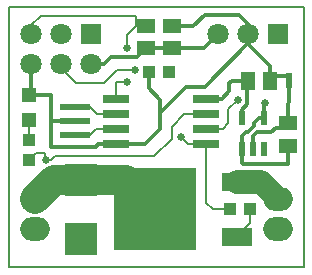
<source format=gtl>
G04 (created by PCBNEW (2013-05-16 BZR 4153)-testing) date Fri 17 May 2013 11:34:26 PM CEST*
%MOIN*%
G04 Gerber Fmt 3.4, Leading zero omitted, Abs format*
%FSLAX34Y34*%
G01*
G70*
G90*
G04 APERTURE LIST*
%ADD10C,0.005906*%
%ADD11C,0.007874*%
%ADD12C,0.009843*%
%ADD13O,0.098425X0.078740*%
%ADD14R,0.070866X0.070866*%
%ADD15C,0.070866*%
%ADD16R,0.098425X0.059055*%
%ADD17R,0.275591X0.275591*%
%ADD18R,0.059000X0.051100*%
%ADD19R,0.051100X0.059000*%
%ADD20R,0.039300X0.043300*%
%ADD21R,0.043300X0.039300*%
%ADD22R,0.019685X0.019685*%
%ADD23R,0.047200X0.047200*%
%ADD24R,0.021600X0.047200*%
%ADD25R,0.086614X0.027559*%
%ADD26R,0.098425X0.023622*%
%ADD27R,0.108300X0.108300*%
%ADD28C,0.025000*%
%ADD29C,0.008000*%
%ADD30C,0.012000*%
%ADD31C,0.098425*%
%ADD32C,0.078740*%
G04 APERTURE END LIST*
G54D10*
G54D11*
X29921Y-14173D02*
X29921Y-22834D01*
X39763Y-22834D02*
X39763Y-14173D01*
X39763Y-14173D02*
X29921Y-14173D01*
X39763Y-22834D02*
X29921Y-22834D01*
G54D12*
X39201Y-16464D02*
X39201Y-16764D01*
X39301Y-16464D02*
X39301Y-16764D01*
X39251Y-16464D02*
X39251Y-16764D01*
G54D13*
X38890Y-21562D03*
X38890Y-20562D03*
G54D14*
X32670Y-15073D03*
G54D15*
X32670Y-16073D03*
X31670Y-15073D03*
X31670Y-16073D03*
X30670Y-15073D03*
X30670Y-16073D03*
G54D16*
X37519Y-21811D03*
X37519Y-20000D03*
G54D17*
X34803Y-20905D03*
G54D14*
X38901Y-15070D03*
G54D15*
X37901Y-15070D03*
X36901Y-15070D03*
G54D13*
X30787Y-21562D03*
X30787Y-20562D03*
G54D18*
X34488Y-15531D03*
X34488Y-14783D03*
G54D19*
X37893Y-16614D03*
X38641Y-16614D03*
G54D18*
X39220Y-18784D03*
X39220Y-18036D03*
X35354Y-15531D03*
X35354Y-14783D03*
G54D20*
X37303Y-20905D03*
X37971Y-20905D03*
X34587Y-16338D03*
X35255Y-16338D03*
G54D21*
X30590Y-18603D03*
X30590Y-19271D03*
G54D22*
X39251Y-16464D03*
X39251Y-16764D03*
G54D23*
X30590Y-17932D03*
X30590Y-17106D03*
G54D24*
X37696Y-18881D03*
X38070Y-18881D03*
X38444Y-18881D03*
X38444Y-17859D03*
X37696Y-17859D03*
G54D25*
X33510Y-17220D03*
X33510Y-17720D03*
X33510Y-18220D03*
X33510Y-18720D03*
X36510Y-18720D03*
X36510Y-18220D03*
X36510Y-17720D03*
X36510Y-17220D03*
G54D26*
X32125Y-17480D03*
X32125Y-17952D03*
X32125Y-18424D03*
G54D27*
X32322Y-19921D03*
X32322Y-21889D03*
G54D28*
X37559Y-17244D03*
X35669Y-18503D03*
X35255Y-16338D03*
X34133Y-16259D03*
X33858Y-15511D03*
X33858Y-16653D03*
X31170Y-19260D03*
X32650Y-22250D03*
X32320Y-22250D03*
X31950Y-22260D03*
X38464Y-17362D03*
X39220Y-18020D03*
X37887Y-16634D03*
G54D29*
X36510Y-18220D02*
X37055Y-18220D01*
X37244Y-17559D02*
X37559Y-17244D01*
X37244Y-18031D02*
X37244Y-17559D01*
X37055Y-18220D02*
X37244Y-18031D01*
X31670Y-16073D02*
X31670Y-16197D01*
X35669Y-18503D02*
X35885Y-18720D01*
X35885Y-18720D02*
X36510Y-18720D01*
X33543Y-16259D02*
X34133Y-16259D01*
X33110Y-16692D02*
X33543Y-16259D01*
X32165Y-16692D02*
X33110Y-16692D01*
X31670Y-16197D02*
X32165Y-16692D01*
X31670Y-16073D02*
X31670Y-16355D01*
X36510Y-18720D02*
X36510Y-20690D01*
X36510Y-20690D02*
X36725Y-20905D01*
X36725Y-20905D02*
X37303Y-20905D01*
X33510Y-16653D02*
X33858Y-16653D01*
X33858Y-15078D02*
X34153Y-14783D01*
X33858Y-15511D02*
X33858Y-15078D01*
X34173Y-14448D02*
X34173Y-14783D01*
X34173Y-14783D02*
X34153Y-14783D01*
X30670Y-15073D02*
X30670Y-14763D01*
X30984Y-14448D02*
X34173Y-14448D01*
X30670Y-14763D02*
X30984Y-14448D01*
X33510Y-17220D02*
X33510Y-16653D01*
X34153Y-14783D02*
X34685Y-14783D01*
X34685Y-14606D02*
X34685Y-14980D01*
X31170Y-19260D02*
X31350Y-19260D01*
X35354Y-18543D02*
X35354Y-18149D01*
X35354Y-18149D02*
X35783Y-17720D01*
X35783Y-17720D02*
X36510Y-17720D01*
X34757Y-19140D02*
X35354Y-18543D01*
X31470Y-19140D02*
X34757Y-19140D01*
X31350Y-19260D02*
X31470Y-19140D01*
X31150Y-19030D02*
X31150Y-19240D01*
X31150Y-19240D02*
X31170Y-19260D01*
X30831Y-19030D02*
X31150Y-19030D01*
X30831Y-19030D02*
X30590Y-19271D01*
G54D30*
X32650Y-22250D02*
X32322Y-21889D01*
X31960Y-22250D02*
X32320Y-22250D01*
X31950Y-22260D02*
X31960Y-22250D01*
X38444Y-17382D02*
X38464Y-17362D01*
X38444Y-17382D02*
X38444Y-17859D01*
X37696Y-18881D02*
X37696Y-19356D01*
X39220Y-19380D02*
X39220Y-18784D01*
X39200Y-19400D02*
X39220Y-19380D01*
X37740Y-19400D02*
X39200Y-19400D01*
X37696Y-19356D02*
X37740Y-19400D01*
X37696Y-18881D02*
X37696Y-18454D01*
X38251Y-17859D02*
X38444Y-17859D01*
X38100Y-18010D02*
X38251Y-17859D01*
X38100Y-18112D02*
X38100Y-18010D01*
X37902Y-18310D02*
X38100Y-18112D01*
X37840Y-18310D02*
X37902Y-18310D01*
X37696Y-18454D02*
X37840Y-18310D01*
G54D29*
X32125Y-17480D02*
X32638Y-17480D01*
X32877Y-17720D02*
X33510Y-17720D01*
X32638Y-17480D02*
X32877Y-17720D01*
X32125Y-18424D02*
X32638Y-18424D01*
X32842Y-18220D02*
X33510Y-18220D01*
X32638Y-18424D02*
X32842Y-18220D01*
G54D31*
X32322Y-19921D02*
X33819Y-19921D01*
X33819Y-19921D02*
X34803Y-20905D01*
X30787Y-20562D02*
X31428Y-19921D01*
X31428Y-19921D02*
X32322Y-19921D01*
G54D30*
X34960Y-17677D02*
X34960Y-17244D01*
X34587Y-16870D02*
X34587Y-16338D01*
X34960Y-17244D02*
X34587Y-16870D01*
X36082Y-14783D02*
X35354Y-14783D01*
X35354Y-14783D02*
X35354Y-14783D01*
X36456Y-14409D02*
X37598Y-14409D01*
X37598Y-14409D02*
X37901Y-14712D01*
X37901Y-14712D02*
X37901Y-15070D01*
X36082Y-14783D02*
X36456Y-14409D01*
X32125Y-17952D02*
X31338Y-17952D01*
X31338Y-18818D02*
X31338Y-17952D01*
X31338Y-17952D02*
X31338Y-17125D01*
X31338Y-18818D02*
X32834Y-18818D01*
X32834Y-18818D02*
X32913Y-18740D01*
X32913Y-18740D02*
X33489Y-18740D01*
X33510Y-18720D02*
X33489Y-18740D01*
X31319Y-17106D02*
X30590Y-17106D01*
X31338Y-17125D02*
X31319Y-17106D01*
X37901Y-15070D02*
X37901Y-15381D01*
X37901Y-15381D02*
X38641Y-16122D01*
X38641Y-16122D02*
X38641Y-16614D01*
X39251Y-16464D02*
X38791Y-16464D01*
X38791Y-16464D02*
X38641Y-16614D01*
X37901Y-15070D02*
X37901Y-15366D01*
X34468Y-18720D02*
X33510Y-18720D01*
X34960Y-18228D02*
X34468Y-18720D01*
X34960Y-17677D02*
X34960Y-18228D01*
X35826Y-16811D02*
X34960Y-17677D01*
X36456Y-16811D02*
X35826Y-16811D01*
X37901Y-15366D02*
X36456Y-16811D01*
X30670Y-16073D02*
X30670Y-17027D01*
X30670Y-17027D02*
X30590Y-17106D01*
X30720Y-16976D02*
X30590Y-17106D01*
G54D32*
X37519Y-20000D02*
X38327Y-20000D01*
X38327Y-20000D02*
X38890Y-20562D01*
G54D30*
X39251Y-16764D02*
X39250Y-18006D01*
X39250Y-18006D02*
X39220Y-18036D01*
X39220Y-18020D02*
X39220Y-18036D01*
X38070Y-18881D02*
X38070Y-18460D01*
X39076Y-18180D02*
X39220Y-18036D01*
X38820Y-18180D02*
X39076Y-18180D01*
X38660Y-18340D02*
X38820Y-18180D01*
X38190Y-18340D02*
X38660Y-18340D01*
X38070Y-18460D02*
X38190Y-18340D01*
G54D29*
X30590Y-17932D02*
X30590Y-18603D01*
X37971Y-20905D02*
X37971Y-21358D01*
X37971Y-21358D02*
X37519Y-21811D01*
G54D30*
X33346Y-15826D02*
X34192Y-15826D01*
X33099Y-16073D02*
X33346Y-15826D01*
X32670Y-16073D02*
X33099Y-16073D01*
X34192Y-15826D02*
X34488Y-15531D01*
X35354Y-15531D02*
X34488Y-15531D01*
X35354Y-15531D02*
X36440Y-15531D01*
X36440Y-15531D02*
X36901Y-15070D01*
X37887Y-16634D02*
X37893Y-16628D01*
X37893Y-16628D02*
X37893Y-16614D01*
X36510Y-17220D02*
X37031Y-17220D01*
X37031Y-17220D02*
X37283Y-16968D01*
X37283Y-16968D02*
X37283Y-16692D01*
X37283Y-16692D02*
X37362Y-16614D01*
X37362Y-16614D02*
X37893Y-16614D01*
X37876Y-17399D02*
X37876Y-16631D01*
X37876Y-17399D02*
X37696Y-17579D01*
X37696Y-17859D02*
X37696Y-17579D01*
X37876Y-16631D02*
X37893Y-16614D01*
X36510Y-17220D02*
X36874Y-17220D01*
M02*

</source>
